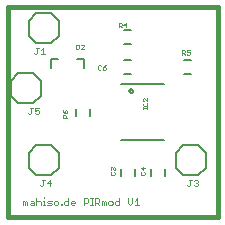
<source format=gto>
G75*
%MOIN*%
%OFA0B0*%
%FSLAX25Y25*%
%IPPOS*%
%LPD*%
%AMOC8*
5,1,8,0,0,1.08239X$1,22.5*
%
%ADD10C,0.01600*%
%ADD11C,0.00200*%
%ADD12C,0.00600*%
%ADD13C,0.00100*%
%ADD14C,0.00800*%
D10*
X0002000Y0001800D02*
X0072000Y0001800D01*
X0072000Y0071800D01*
X0002000Y0071800D01*
X0002000Y0001800D01*
D11*
X0007100Y0005900D02*
X0007100Y0007368D01*
X0007467Y0007368D01*
X0007834Y0007001D01*
X0008201Y0007368D01*
X0008568Y0007001D01*
X0008568Y0005900D01*
X0007834Y0005900D02*
X0007834Y0007001D01*
X0009310Y0006267D02*
X0009677Y0006634D01*
X0010778Y0006634D01*
X0010778Y0007001D02*
X0010778Y0005900D01*
X0009677Y0005900D01*
X0009310Y0006267D01*
X0009677Y0007368D02*
X0010411Y0007368D01*
X0010778Y0007001D01*
X0011520Y0007001D02*
X0011887Y0007368D01*
X0012621Y0007368D01*
X0012988Y0007001D01*
X0012988Y0005900D01*
X0013730Y0005900D02*
X0014464Y0005900D01*
X0014097Y0005900D02*
X0014097Y0007368D01*
X0013730Y0007368D01*
X0014097Y0008102D02*
X0014097Y0008469D01*
X0015203Y0007001D02*
X0015570Y0007368D01*
X0016671Y0007368D01*
X0016304Y0006634D02*
X0015570Y0006634D01*
X0015203Y0007001D01*
X0015203Y0005900D02*
X0016304Y0005900D01*
X0016671Y0006267D01*
X0016304Y0006634D01*
X0017413Y0007001D02*
X0017413Y0006267D01*
X0017780Y0005900D01*
X0018514Y0005900D01*
X0018881Y0006267D01*
X0018881Y0007001D01*
X0018514Y0007368D01*
X0017780Y0007368D01*
X0017413Y0007001D01*
X0019623Y0006267D02*
X0019990Y0006267D01*
X0019990Y0005900D01*
X0019623Y0005900D01*
X0019623Y0006267D01*
X0020728Y0006267D02*
X0020728Y0007001D01*
X0021095Y0007368D01*
X0022195Y0007368D01*
X0022195Y0008102D02*
X0022195Y0005900D01*
X0021095Y0005900D01*
X0020728Y0006267D01*
X0022937Y0006267D02*
X0022937Y0007001D01*
X0023304Y0007368D01*
X0024038Y0007368D01*
X0024405Y0007001D01*
X0024405Y0006634D01*
X0022937Y0006634D01*
X0022937Y0006267D02*
X0023304Y0005900D01*
X0024038Y0005900D01*
X0027357Y0005900D02*
X0027357Y0008102D01*
X0028458Y0008102D01*
X0028825Y0007735D01*
X0028825Y0007001D01*
X0028458Y0006634D01*
X0027357Y0006634D01*
X0029567Y0005900D02*
X0030301Y0005900D01*
X0029934Y0005900D02*
X0029934Y0008102D01*
X0029567Y0008102D02*
X0030301Y0008102D01*
X0031040Y0008102D02*
X0032141Y0008102D01*
X0032508Y0007735D01*
X0032508Y0007001D01*
X0032141Y0006634D01*
X0031040Y0006634D01*
X0031040Y0005900D02*
X0031040Y0008102D01*
X0031774Y0006634D02*
X0032508Y0005900D01*
X0033250Y0005900D02*
X0033250Y0007368D01*
X0033617Y0007368D01*
X0033984Y0007001D01*
X0034351Y0007368D01*
X0034718Y0007001D01*
X0034718Y0005900D01*
X0033984Y0005900D02*
X0033984Y0007001D01*
X0035460Y0007001D02*
X0035460Y0006267D01*
X0035827Y0005900D01*
X0036561Y0005900D01*
X0036928Y0006267D01*
X0036928Y0007001D01*
X0036561Y0007368D01*
X0035827Y0007368D01*
X0035460Y0007001D01*
X0037670Y0007001D02*
X0037670Y0006267D01*
X0038037Y0005900D01*
X0039138Y0005900D01*
X0039138Y0008102D01*
X0039138Y0007368D02*
X0038037Y0007368D01*
X0037670Y0007001D01*
X0042090Y0006634D02*
X0042824Y0005900D01*
X0043558Y0006634D01*
X0043558Y0008102D01*
X0044300Y0007368D02*
X0045034Y0008102D01*
X0045034Y0005900D01*
X0044300Y0005900D02*
X0045768Y0005900D01*
X0042090Y0006634D02*
X0042090Y0008102D01*
X0061800Y0012467D02*
X0062167Y0012100D01*
X0062534Y0012100D01*
X0062901Y0012467D01*
X0062901Y0014302D01*
X0062534Y0014302D02*
X0063268Y0014302D01*
X0064010Y0013935D02*
X0064377Y0014302D01*
X0065111Y0014302D01*
X0065478Y0013935D01*
X0065478Y0013568D01*
X0065111Y0013201D01*
X0065478Y0012834D01*
X0065478Y0012467D01*
X0065111Y0012100D01*
X0064377Y0012100D01*
X0064010Y0012467D01*
X0064744Y0013201D02*
X0065111Y0013201D01*
X0016478Y0013201D02*
X0015010Y0013201D01*
X0016111Y0014302D01*
X0016111Y0012100D01*
X0013901Y0012467D02*
X0013901Y0014302D01*
X0013534Y0014302D02*
X0014268Y0014302D01*
X0013901Y0012467D02*
X0013534Y0012100D01*
X0013167Y0012100D01*
X0012800Y0012467D01*
X0011520Y0008102D02*
X0011520Y0005900D01*
X0011377Y0036100D02*
X0011010Y0036467D01*
X0011377Y0036100D02*
X0012111Y0036100D01*
X0012478Y0036467D01*
X0012478Y0037201D01*
X0012111Y0037568D01*
X0011744Y0037568D01*
X0011010Y0037201D01*
X0011010Y0038302D01*
X0012478Y0038302D01*
X0010268Y0038302D02*
X0009534Y0038302D01*
X0009901Y0038302D02*
X0009901Y0036467D01*
X0009534Y0036100D01*
X0009167Y0036100D01*
X0008800Y0036467D01*
X0011167Y0056100D02*
X0010800Y0056467D01*
X0011167Y0056100D02*
X0011534Y0056100D01*
X0011901Y0056467D01*
X0011901Y0058302D01*
X0011534Y0058302D02*
X0012268Y0058302D01*
X0013010Y0057568D02*
X0013744Y0058302D01*
X0013744Y0056100D01*
X0013010Y0056100D02*
X0014478Y0056100D01*
D12*
X0024638Y0037981D02*
X0024638Y0035619D01*
X0029362Y0035619D02*
X0029362Y0037981D01*
X0039902Y0046099D02*
X0054098Y0046099D01*
X0060819Y0049438D02*
X0063181Y0049438D01*
X0063181Y0054162D02*
X0060819Y0054162D01*
X0043181Y0054162D02*
X0040819Y0054162D01*
X0040819Y0049438D02*
X0043181Y0049438D01*
X0043181Y0059438D02*
X0040819Y0059438D01*
X0040819Y0064162D02*
X0043181Y0064162D01*
X0039902Y0027501D02*
X0054098Y0027501D01*
X0054362Y0017981D02*
X0054362Y0015619D01*
X0049638Y0015619D02*
X0049638Y0017981D01*
X0044362Y0017981D02*
X0044362Y0015619D01*
X0039638Y0015619D02*
X0039638Y0017981D01*
D13*
X0037800Y0018127D02*
X0037800Y0017627D01*
X0037550Y0017377D01*
X0037550Y0016904D02*
X0037800Y0016654D01*
X0037800Y0016154D01*
X0037550Y0015903D01*
X0036549Y0015903D01*
X0036299Y0016154D01*
X0036299Y0016654D01*
X0036549Y0016904D01*
X0036549Y0017377D02*
X0036299Y0017627D01*
X0036299Y0018127D01*
X0036549Y0018378D01*
X0036799Y0018378D01*
X0037049Y0018127D01*
X0037300Y0018378D01*
X0037550Y0018378D01*
X0037800Y0018127D01*
X0037049Y0018127D02*
X0037049Y0017877D01*
X0046299Y0018127D02*
X0047049Y0017377D01*
X0047049Y0018378D01*
X0046299Y0018127D02*
X0047800Y0018127D01*
X0047550Y0016904D02*
X0047800Y0016654D01*
X0047800Y0016154D01*
X0047550Y0015903D01*
X0046549Y0015903D01*
X0046299Y0016154D01*
X0046299Y0016654D01*
X0046549Y0016904D01*
X0047049Y0037921D02*
X0047049Y0038422D01*
X0047049Y0038172D02*
X0048550Y0038172D01*
X0048550Y0038422D02*
X0048550Y0037921D01*
X0048300Y0038903D02*
X0047299Y0038903D01*
X0047049Y0039154D01*
X0047049Y0039654D01*
X0047299Y0039904D01*
X0047299Y0040377D02*
X0047049Y0040627D01*
X0047049Y0041127D01*
X0047299Y0041378D01*
X0047549Y0041378D01*
X0048550Y0040377D01*
X0048550Y0041378D01*
X0048300Y0039904D02*
X0048550Y0039654D01*
X0048550Y0039154D01*
X0048300Y0038903D01*
X0034578Y0051250D02*
X0034578Y0051500D01*
X0034327Y0051751D01*
X0033577Y0051751D01*
X0033577Y0051250D01*
X0033827Y0051000D01*
X0034327Y0051000D01*
X0034578Y0051250D01*
X0034077Y0052251D02*
X0033577Y0051751D01*
X0033104Y0052251D02*
X0032854Y0052501D01*
X0032354Y0052501D01*
X0032103Y0052251D01*
X0032103Y0051250D01*
X0032354Y0051000D01*
X0032854Y0051000D01*
X0033104Y0051250D01*
X0034077Y0052251D02*
X0034578Y0052501D01*
X0027274Y0057850D02*
X0026273Y0057850D01*
X0027274Y0058851D01*
X0027274Y0059101D01*
X0027024Y0059351D01*
X0026523Y0059351D01*
X0026273Y0059101D01*
X0025801Y0059101D02*
X0025551Y0059351D01*
X0024800Y0059351D01*
X0024800Y0057850D01*
X0025551Y0057850D01*
X0025801Y0058100D01*
X0025801Y0059101D01*
X0039050Y0065100D02*
X0039050Y0066601D01*
X0039801Y0066601D01*
X0040051Y0066351D01*
X0040051Y0065851D01*
X0039801Y0065600D01*
X0039050Y0065600D01*
X0039550Y0065600D02*
X0040051Y0065100D01*
X0040523Y0065851D02*
X0041524Y0065851D01*
X0041274Y0066601D02*
X0041274Y0065100D01*
X0040523Y0065851D02*
X0041274Y0066601D01*
X0060103Y0057501D02*
X0060103Y0056000D01*
X0060103Y0056500D02*
X0060854Y0056500D01*
X0061104Y0056751D01*
X0061104Y0057251D01*
X0060854Y0057501D01*
X0060103Y0057501D01*
X0060604Y0056500D02*
X0061104Y0056000D01*
X0061577Y0056250D02*
X0061827Y0056000D01*
X0062327Y0056000D01*
X0062578Y0056250D01*
X0062578Y0056751D01*
X0062327Y0057001D01*
X0062077Y0057001D01*
X0061577Y0056751D01*
X0061577Y0057501D01*
X0062578Y0057501D01*
X0021800Y0037127D02*
X0021800Y0036627D01*
X0021550Y0036377D01*
X0021049Y0036377D01*
X0021049Y0037127D01*
X0021300Y0037378D01*
X0021550Y0037378D01*
X0021800Y0037127D01*
X0021049Y0036377D02*
X0020549Y0036877D01*
X0020299Y0037378D01*
X0020549Y0035904D02*
X0021049Y0035904D01*
X0021300Y0035654D01*
X0021300Y0034903D01*
X0021800Y0034903D02*
X0020299Y0034903D01*
X0020299Y0035654D01*
X0020549Y0035904D01*
X0021300Y0035404D02*
X0021800Y0035904D01*
D14*
X0013000Y0042300D02*
X0013000Y0047300D01*
X0010500Y0049800D01*
X0005500Y0049800D01*
X0003000Y0047300D01*
X0003000Y0042300D01*
X0005500Y0039800D01*
X0010500Y0039800D01*
X0013000Y0042300D01*
X0016488Y0051406D02*
X0016488Y0054556D01*
X0018850Y0054556D01*
X0016500Y0059800D02*
X0019000Y0062300D01*
X0019000Y0067300D01*
X0016500Y0069800D01*
X0011500Y0069800D01*
X0009000Y0067300D01*
X0009000Y0062300D01*
X0011500Y0059800D01*
X0016500Y0059800D01*
X0025150Y0054556D02*
X0027512Y0054556D01*
X0027512Y0051406D01*
X0042535Y0043900D02*
X0042537Y0043947D01*
X0042543Y0043994D01*
X0042553Y0044041D01*
X0042566Y0044086D01*
X0042584Y0044130D01*
X0042605Y0044172D01*
X0042629Y0044213D01*
X0042657Y0044251D01*
X0042688Y0044287D01*
X0042722Y0044320D01*
X0042758Y0044350D01*
X0042797Y0044377D01*
X0042838Y0044401D01*
X0042881Y0044421D01*
X0042925Y0044437D01*
X0042971Y0044450D01*
X0043017Y0044459D01*
X0043065Y0044464D01*
X0043112Y0044465D01*
X0043159Y0044462D01*
X0043206Y0044455D01*
X0043252Y0044444D01*
X0043297Y0044430D01*
X0043341Y0044411D01*
X0043382Y0044389D01*
X0043422Y0044364D01*
X0043460Y0044335D01*
X0043495Y0044304D01*
X0043528Y0044269D01*
X0043557Y0044232D01*
X0043583Y0044193D01*
X0043606Y0044151D01*
X0043625Y0044108D01*
X0043641Y0044063D01*
X0043653Y0044017D01*
X0043661Y0043971D01*
X0043665Y0043924D01*
X0043665Y0043876D01*
X0043661Y0043829D01*
X0043653Y0043783D01*
X0043641Y0043737D01*
X0043625Y0043692D01*
X0043606Y0043649D01*
X0043583Y0043607D01*
X0043557Y0043568D01*
X0043528Y0043531D01*
X0043495Y0043496D01*
X0043460Y0043465D01*
X0043422Y0043436D01*
X0043383Y0043411D01*
X0043341Y0043389D01*
X0043297Y0043370D01*
X0043252Y0043356D01*
X0043206Y0043345D01*
X0043159Y0043338D01*
X0043112Y0043335D01*
X0043065Y0043336D01*
X0043017Y0043341D01*
X0042971Y0043350D01*
X0042925Y0043363D01*
X0042881Y0043379D01*
X0042838Y0043399D01*
X0042797Y0043423D01*
X0042758Y0043450D01*
X0042722Y0043480D01*
X0042688Y0043513D01*
X0042657Y0043549D01*
X0042629Y0043587D01*
X0042605Y0043628D01*
X0042584Y0043670D01*
X0042566Y0043714D01*
X0042553Y0043759D01*
X0042543Y0043806D01*
X0042537Y0043853D01*
X0042535Y0043900D01*
X0060500Y0025800D02*
X0058000Y0023300D01*
X0058000Y0018300D01*
X0060500Y0015800D01*
X0065500Y0015800D01*
X0068000Y0018300D01*
X0068000Y0023300D01*
X0065500Y0025800D01*
X0060500Y0025800D01*
X0019000Y0023300D02*
X0019000Y0018300D01*
X0016500Y0015800D01*
X0011500Y0015800D01*
X0009000Y0018300D01*
X0009000Y0023300D01*
X0011500Y0025800D01*
X0016500Y0025800D01*
X0019000Y0023300D01*
M02*

</source>
